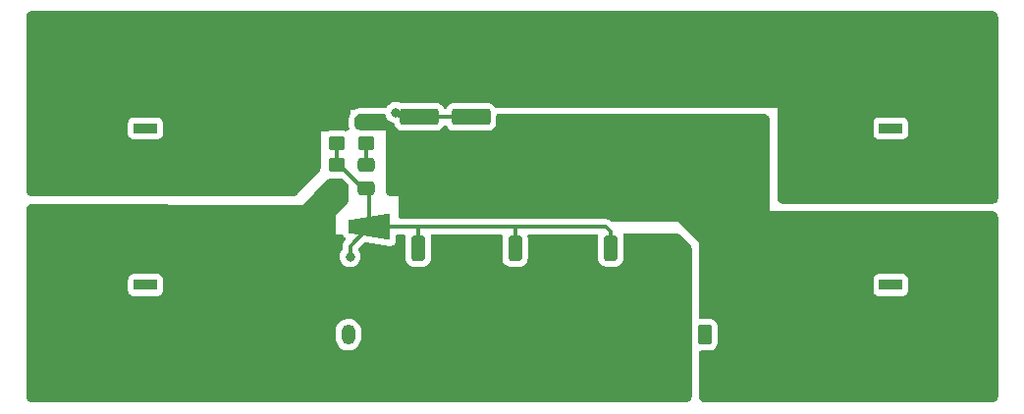
<source format=gbr>
%TF.GenerationSoftware,KiCad,Pcbnew,7.0.2*%
%TF.CreationDate,2023-07-12T23:47:59-04:00*%
%TF.ProjectId,Anti-Spark Switch,416e7469-2d53-4706-9172-6b2053776974,rev?*%
%TF.SameCoordinates,Original*%
%TF.FileFunction,Copper,L1,Top*%
%TF.FilePolarity,Positive*%
%FSLAX46Y46*%
G04 Gerber Fmt 4.6, Leading zero omitted, Abs format (unit mm)*
G04 Created by KiCad (PCBNEW 7.0.2) date 2023-07-12 23:47:59*
%MOMM*%
%LPD*%
G01*
G04 APERTURE LIST*
G04 Aperture macros list*
%AMRoundRect*
0 Rectangle with rounded corners*
0 $1 Rounding radius*
0 $2 $3 $4 $5 $6 $7 $8 $9 X,Y pos of 4 corners*
0 Add a 4 corners polygon primitive as box body*
4,1,4,$2,$3,$4,$5,$6,$7,$8,$9,$2,$3,0*
0 Add four circle primitives for the rounded corners*
1,1,$1+$1,$2,$3*
1,1,$1+$1,$4,$5*
1,1,$1+$1,$6,$7*
1,1,$1+$1,$8,$9*
0 Add four rect primitives between the rounded corners*
20,1,$1+$1,$2,$3,$4,$5,0*
20,1,$1+$1,$4,$5,$6,$7,0*
20,1,$1+$1,$6,$7,$8,$9,0*
20,1,$1+$1,$8,$9,$2,$3,0*%
%AMOutline4P*
0 Free polygon, 4 corners , with rotation*
0 The origin of the aperture is its center*
0 number of corners: always 4*
0 $1 to $8 corner X, Y*
0 $9 Rotation angle, in degrees counterclockwise*
0 create outline with 4 corners*
4,1,4,$1,$2,$3,$4,$5,$6,$7,$8,$1,$2,$9*%
G04 Aperture macros list end*
%TA.AperFunction,SMDPad,CuDef*%
%ADD10RoundRect,0.250000X1.125000X-1.275000X1.125000X1.275000X-1.125000X1.275000X-1.125000X-1.275000X0*%
%TD*%
%TA.AperFunction,SMDPad,CuDef*%
%ADD11RoundRect,0.249997X2.650003X-2.950003X2.650003X2.950003X-2.650003X2.950003X-2.650003X-2.950003X0*%
%TD*%
%TA.AperFunction,SMDPad,CuDef*%
%ADD12RoundRect,0.250000X0.350000X-0.850000X0.350000X0.850000X-0.350000X0.850000X-0.350000X-0.850000X0*%
%TD*%
%TA.AperFunction,ComponentPad*%
%ADD13R,2.000000X0.900000*%
%TD*%
%TA.AperFunction,ComponentPad*%
%ADD14RoundRect,1.025000X1.025000X-1.025000X1.025000X1.025000X-1.025000X1.025000X-1.025000X-1.025000X0*%
%TD*%
%TA.AperFunction,ComponentPad*%
%ADD15C,4.100000*%
%TD*%
%TA.AperFunction,ComponentPad*%
%ADD16RoundRect,1.025000X-1.025000X1.025000X-1.025000X-1.025000X1.025000X-1.025000X1.025000X1.025000X0*%
%TD*%
%TA.AperFunction,SMDPad,CuDef*%
%ADD17R,12.000000X7.000000*%
%TD*%
%TA.AperFunction,SMDPad,CuDef*%
%ADD18RoundRect,0.249999X-1.425001X0.450001X-1.425001X-0.450001X1.425001X-0.450001X1.425001X0.450001X0*%
%TD*%
%TA.AperFunction,SMDPad,CuDef*%
%ADD19Outline4P,-1.800000X-1.150000X1.800000X-0.550000X1.800000X0.550000X-1.800000X1.150000X0.000000*%
%TD*%
%TA.AperFunction,SMDPad,CuDef*%
%ADD20Outline4P,-1.800000X-1.150000X1.800000X-0.550000X1.800000X0.550000X-1.800000X1.150000X180.000000*%
%TD*%
%TA.AperFunction,SMDPad,CuDef*%
%ADD21RoundRect,0.250000X0.450000X-0.350000X0.450000X0.350000X-0.450000X0.350000X-0.450000X-0.350000X0*%
%TD*%
%TA.AperFunction,ComponentPad*%
%ADD22RoundRect,0.250000X-0.350000X-0.625000X0.350000X-0.625000X0.350000X0.625000X-0.350000X0.625000X0*%
%TD*%
%TA.AperFunction,ComponentPad*%
%ADD23O,1.200000X1.750000*%
%TD*%
%TA.AperFunction,SMDPad,CuDef*%
%ADD24RoundRect,0.250000X-0.475000X0.337500X-0.475000X-0.337500X0.475000X-0.337500X0.475000X0.337500X0*%
%TD*%
%TA.AperFunction,SMDPad,CuDef*%
%ADD25RoundRect,0.250000X-0.450000X0.350000X-0.450000X-0.350000X0.450000X-0.350000X0.450000X0.350000X0*%
%TD*%
%TA.AperFunction,ViaPad*%
%ADD26C,0.800000*%
%TD*%
%TA.AperFunction,Conductor*%
%ADD27C,0.300000*%
%TD*%
G04 APERTURE END LIST*
D10*
%TO.P,Q3,2,D*%
%TO.N,Net-(J1-Pin_1)*%
X163190000Y-103715000D03*
X160140000Y-100365000D03*
X160140000Y-103715000D03*
X163190000Y-100365000D03*
D11*
X161665000Y-102040000D03*
D12*
%TO.P,Q3,3,S*%
%TO.N,GND*%
X163945000Y-108340000D03*
%TO.P,Q3,1,G*%
%TO.N,Net-(D1-K)*%
X159385000Y-108340000D03*
%TD*%
D10*
%TO.P,Q2,2,D*%
%TO.N,Net-(J1-Pin_1)*%
X154935000Y-103715000D03*
X151885000Y-100365000D03*
X151885000Y-103715000D03*
X154935000Y-100365000D03*
D11*
X153410000Y-102040000D03*
D12*
%TO.P,Q2,3,S*%
%TO.N,GND*%
X155690000Y-108340000D03*
%TO.P,Q2,1,G*%
%TO.N,Net-(D1-K)*%
X151130000Y-108340000D03*
%TD*%
%TO.P,Q1,1,G*%
%TO.N,Net-(D1-K)*%
X142760000Y-108340000D03*
%TO.P,Q1,3,S*%
%TO.N,GND*%
X147320000Y-108340000D03*
D11*
%TO.P,Q1,2,D*%
%TO.N,Net-(J1-Pin_1)*%
X145040000Y-102040000D03*
D10*
X146565000Y-100365000D03*
X143515000Y-103715000D03*
X143515000Y-100365000D03*
X146565000Y-103715000D03*
%TD*%
D13*
%TO.P,J8,*%
%TO.N,*%
X119260000Y-111525000D03*
X119260000Y-98025000D03*
D14*
%TO.P,J8,1,1*%
%TO.N,GND*%
X125260000Y-108375000D03*
D15*
%TO.P,J8,2,2*%
%TO.N,VCC*%
X125260000Y-101175000D03*
%TD*%
D13*
%TO.P,J5,*%
%TO.N,*%
X183538000Y-98025000D03*
X183538000Y-111525000D03*
D16*
%TO.P,J5,1,1*%
%TO.N,Net-(J1-Pin_1)*%
X177538000Y-108375000D03*
D15*
%TO.P,J5,2,2*%
%TO.N,VCC*%
X177538000Y-101175000D03*
%TD*%
D17*
%TO.P,IN-,1,Pin_1*%
%TO.N,GND*%
X115570000Y-117475000D03*
%TD*%
%TO.P,OUT+,1,Pin_1*%
%TO.N,VCC*%
X186220000Y-92075000D03*
%TD*%
%TO.P,IN+,1,Pin_1*%
%TO.N,VCC*%
X115570000Y-92075000D03*
%TD*%
%TO.P,OUT-,1,Pin_1*%
%TO.N,Net-(J1-Pin_1)*%
X186220000Y-117475000D03*
%TD*%
D18*
%TO.P,R5,2*%
%TO.N,Net-(J7-Pin_1)*%
X142875000Y-97030000D03*
%TO.P,R5,1*%
%TO.N,VCC*%
X142875000Y-90930000D03*
%TD*%
%TO.P,R4,1*%
%TO.N,VCC*%
X147320000Y-90930000D03*
%TO.P,R4,2*%
%TO.N,Net-(J7-Pin_1)*%
X147320000Y-97030000D03*
%TD*%
D19*
%TO.P,D1,2,A*%
%TO.N,GND*%
X132774000Y-106509000D03*
D20*
%TO.P,D1,1,K*%
%TO.N,Net-(D1-K)*%
X138574000Y-106509000D03*
%TD*%
D21*
%TO.P,R3,2*%
%TO.N,Net-(J1-Pin_1)*%
X138303000Y-97330000D03*
%TO.P,R3,1*%
%TO.N,Net-(C1-Pad1)*%
X138303000Y-99330000D03*
%TD*%
D22*
%TO.P,J3,1,Pin_1*%
%TO.N,GND*%
X134747000Y-115824000D03*
D23*
%TO.P,J3,2,Pin_2*%
%TO.N,Net-(D1-K)*%
X136747000Y-115824000D03*
%TD*%
D24*
%TO.P,C1,2*%
%TO.N,Net-(D1-K)*%
X138303000Y-103199000D03*
%TO.P,C1,1*%
%TO.N,Net-(C1-Pad1)*%
X138303000Y-101124000D03*
%TD*%
D25*
%TO.P,R2,2*%
%TO.N,Net-(D1-K)*%
X135763000Y-99314000D03*
%TO.P,R2,1*%
%TO.N,VCC*%
X135763000Y-97314000D03*
%TD*%
%TO.P,R1,1*%
%TO.N,Net-(D1-K)*%
X135763000Y-101124000D03*
%TO.P,R1,2*%
%TO.N,GND*%
X135763000Y-103124000D03*
%TD*%
D22*
%TO.P,J7,1,Pin_1*%
%TO.N,Net-(J7-Pin_1)*%
X167513000Y-115824000D03*
D23*
%TO.P,J7,2,Pin_2*%
%TO.N,Net-(J1-Pin_1)*%
X169513000Y-115824000D03*
%TD*%
D26*
%TO.N,Net-(J7-Pin_1)*%
X140843000Y-96647000D03*
%TO.N,GND*%
X158115000Y-110490000D03*
X149860000Y-110490000D03*
%TO.N,Net-(D1-K)*%
X136906000Y-109093000D03*
%TO.N,GND*%
X161290000Y-110490000D03*
X161290000Y-109220000D03*
X161290000Y-107950000D03*
X153035000Y-110490000D03*
X153035000Y-109220000D03*
X153035000Y-107950000D03*
X144780000Y-110490000D03*
X144780000Y-109220000D03*
X144780000Y-107950000D03*
X161290000Y-111633000D03*
X161290000Y-114173000D03*
X161290000Y-112903000D03*
X161290000Y-115443000D03*
X161290000Y-116713000D03*
X162560000Y-116713000D03*
X165100000Y-111633000D03*
X162560000Y-112903000D03*
X165100000Y-114173000D03*
X163830000Y-112903000D03*
X162560000Y-115443000D03*
X163830000Y-115443000D03*
X165100000Y-112903000D03*
X162560000Y-111633000D03*
X165100000Y-115443000D03*
X163830000Y-116713000D03*
X163830000Y-111633000D03*
X165100000Y-116713000D03*
X163830000Y-114173000D03*
X162560000Y-114173000D03*
X155575000Y-114300000D03*
X154305000Y-114300000D03*
X153035000Y-114300000D03*
X156845000Y-114300000D03*
X158115000Y-114300000D03*
X153035000Y-113030000D03*
X154305000Y-111760000D03*
X153035000Y-111760000D03*
X154305000Y-113030000D03*
X155575000Y-113030000D03*
X158115000Y-115570000D03*
X156845000Y-111760000D03*
X153035000Y-115570000D03*
X158115000Y-116840000D03*
X156845000Y-115570000D03*
X154305000Y-116840000D03*
X156845000Y-116840000D03*
X154305000Y-115570000D03*
X155575000Y-111760000D03*
X158115000Y-113030000D03*
X153035000Y-116840000D03*
X158115000Y-111760000D03*
X156845000Y-113030000D03*
X155575000Y-115570000D03*
X155575000Y-116840000D03*
X147320000Y-114300000D03*
X146050000Y-114300000D03*
X144780000Y-114300000D03*
X148590000Y-114300000D03*
X149860000Y-114300000D03*
X144780000Y-113030000D03*
X146050000Y-111760000D03*
X144780000Y-111760000D03*
X146050000Y-113030000D03*
X147320000Y-113030000D03*
X149860000Y-115570000D03*
X148590000Y-111760000D03*
X144780000Y-115570000D03*
X149860000Y-116840000D03*
X148590000Y-115570000D03*
X146050000Y-116840000D03*
X148590000Y-116840000D03*
X146050000Y-115570000D03*
X147320000Y-111760000D03*
X149860000Y-113030000D03*
X144780000Y-116840000D03*
X149860000Y-111760000D03*
X148590000Y-113030000D03*
X147320000Y-115570000D03*
X147320000Y-116840000D03*
X162560000Y-109220000D03*
X162560000Y-110490000D03*
X165100000Y-110490000D03*
X165100000Y-109220000D03*
X162560000Y-107950000D03*
X163830000Y-110490000D03*
X154305000Y-109220000D03*
X156845000Y-107950000D03*
X154305000Y-110490000D03*
X156845000Y-110490000D03*
X156845000Y-109220000D03*
X154305000Y-107950000D03*
X155575000Y-110490000D03*
X148590000Y-107950000D03*
X148590000Y-109220000D03*
X148590000Y-110490000D03*
X147320000Y-110490000D03*
X146050000Y-110490000D03*
X146050000Y-109220000D03*
X146050000Y-107950000D03*
%TO.N,Net-(J1-Pin_1)*%
X165100000Y-104140000D03*
X165100000Y-100330000D03*
X165100000Y-102870000D03*
X165100000Y-101600000D03*
X160020000Y-101600000D03*
X158750000Y-101600000D03*
X157480000Y-101600000D03*
X161290000Y-101600000D03*
X162560000Y-101600000D03*
X157480000Y-100330000D03*
X158750000Y-99060000D03*
X157480000Y-99060000D03*
X158750000Y-100330000D03*
X160020000Y-100330000D03*
X162560000Y-102870000D03*
X161290000Y-99060000D03*
X163830000Y-104140000D03*
X163830000Y-102870000D03*
X163830000Y-101600000D03*
X157480000Y-102870000D03*
X163830000Y-99060000D03*
X162560000Y-104140000D03*
X161290000Y-102870000D03*
X158750000Y-104140000D03*
X161290000Y-104140000D03*
X158750000Y-102870000D03*
X160020000Y-99060000D03*
X162560000Y-100330000D03*
X163830000Y-100330000D03*
X157480000Y-104140000D03*
X162560000Y-99060000D03*
X161290000Y-100330000D03*
X160020000Y-102870000D03*
X160020000Y-104140000D03*
X152400000Y-101600000D03*
X151130000Y-101600000D03*
X149860000Y-101600000D03*
X153670000Y-101600000D03*
X154940000Y-101600000D03*
X149860000Y-100330000D03*
X151130000Y-99060000D03*
X149860000Y-99060000D03*
X151130000Y-100330000D03*
X152400000Y-100330000D03*
X154940000Y-102870000D03*
X153670000Y-99060000D03*
X156210000Y-104140000D03*
X156210000Y-102870000D03*
X156210000Y-101600000D03*
X149860000Y-102870000D03*
X156210000Y-99060000D03*
X154940000Y-104140000D03*
X153670000Y-102870000D03*
X151130000Y-104140000D03*
X153670000Y-104140000D03*
X151130000Y-102870000D03*
X152400000Y-99060000D03*
X154940000Y-100330000D03*
X156210000Y-100330000D03*
X149860000Y-104140000D03*
X154940000Y-99060000D03*
X153670000Y-100330000D03*
X152400000Y-102870000D03*
X152400000Y-104140000D03*
X148590000Y-104140000D03*
X148590000Y-102870000D03*
X148590000Y-101600000D03*
X148590000Y-100330000D03*
X148590000Y-99060000D03*
X147320000Y-104140000D03*
X146050000Y-104140000D03*
X144780000Y-104140000D03*
X143510000Y-104140000D03*
X142240000Y-104140000D03*
X142240000Y-102870000D03*
X143510000Y-102870000D03*
X144780000Y-102870000D03*
X146050000Y-102870000D03*
X147320000Y-102870000D03*
X147320000Y-101600000D03*
X146050000Y-101600000D03*
X144780000Y-101600000D03*
X143510000Y-101600000D03*
X142240000Y-101600000D03*
X142240000Y-100330000D03*
X143510000Y-100330000D03*
X144780000Y-100330000D03*
X146050000Y-100330000D03*
X147320000Y-100330000D03*
X147320000Y-99060000D03*
X146050000Y-99060000D03*
X144780000Y-99060000D03*
X143510000Y-99060000D03*
X142240000Y-99060000D03*
X186690000Y-116840000D03*
X190500000Y-116840000D03*
X182880000Y-116840000D03*
X181610000Y-116840000D03*
X187960000Y-116840000D03*
X189230000Y-116840000D03*
X185420000Y-116840000D03*
X191770000Y-116840000D03*
X184150000Y-116840000D03*
X189230000Y-119380000D03*
X187960000Y-119380000D03*
X184150000Y-119380000D03*
X182880000Y-119380000D03*
X180340000Y-119380000D03*
X182880000Y-120650000D03*
X185420000Y-119380000D03*
X187960000Y-118110000D03*
X191770000Y-120650000D03*
X190500000Y-120650000D03*
X180340000Y-115570000D03*
X184150000Y-120650000D03*
X185420000Y-120650000D03*
X190500000Y-119380000D03*
X180340000Y-116840000D03*
X180340000Y-114300000D03*
X187960000Y-120650000D03*
X186690000Y-120650000D03*
X191770000Y-119380000D03*
X186690000Y-119380000D03*
X181610000Y-119380000D03*
X189230000Y-120650000D03*
X190500000Y-118110000D03*
X180340000Y-120650000D03*
X181610000Y-120650000D03*
X180340000Y-118110000D03*
X187960000Y-115570000D03*
X185420000Y-118110000D03*
X191770000Y-118110000D03*
X184150000Y-118110000D03*
X186690000Y-118110000D03*
X189230000Y-118110000D03*
X181610000Y-118110000D03*
X182880000Y-118110000D03*
X185420000Y-115570000D03*
X182880000Y-115570000D03*
X189230000Y-115570000D03*
X186690000Y-115570000D03*
X181610000Y-115570000D03*
X190500000Y-115570000D03*
X191770000Y-115570000D03*
X184150000Y-115570000D03*
X187960000Y-114300000D03*
X190500000Y-114300000D03*
X191770000Y-114300000D03*
X184150000Y-114300000D03*
X186690000Y-114300000D03*
X189230000Y-114300000D03*
X181610000Y-114300000D03*
X182880000Y-114300000D03*
X185420000Y-114300000D03*
%TO.N,GND*%
X116205000Y-116840000D03*
X120015000Y-116840000D03*
X112395000Y-116840000D03*
X111125000Y-116840000D03*
X117475000Y-116840000D03*
X118745000Y-116840000D03*
X114935000Y-116840000D03*
X121285000Y-116840000D03*
X113665000Y-116840000D03*
X118745000Y-119380000D03*
X117475000Y-119380000D03*
X113665000Y-119380000D03*
X112395000Y-119380000D03*
X109855000Y-119380000D03*
X112395000Y-120650000D03*
X114935000Y-119380000D03*
X117475000Y-118110000D03*
X121285000Y-120650000D03*
X120015000Y-120650000D03*
X109855000Y-115570000D03*
X113665000Y-120650000D03*
X114935000Y-120650000D03*
X120015000Y-119380000D03*
X109855000Y-116840000D03*
X109855000Y-114300000D03*
X117475000Y-120650000D03*
X116205000Y-120650000D03*
X121285000Y-119380000D03*
X116205000Y-119380000D03*
X111125000Y-119380000D03*
X118745000Y-120650000D03*
X120015000Y-118110000D03*
X109855000Y-120650000D03*
X111125000Y-120650000D03*
X109855000Y-118110000D03*
X117475000Y-115570000D03*
X114935000Y-118110000D03*
X121285000Y-118110000D03*
X113665000Y-118110000D03*
X116205000Y-118110000D03*
X118745000Y-118110000D03*
X111125000Y-118110000D03*
X112395000Y-118110000D03*
X114935000Y-115570000D03*
X112395000Y-115570000D03*
X118745000Y-115570000D03*
X116205000Y-115570000D03*
X111125000Y-115570000D03*
X120015000Y-115570000D03*
X121285000Y-115570000D03*
X113665000Y-115570000D03*
X117475000Y-114300000D03*
X120015000Y-114300000D03*
X121285000Y-114300000D03*
X113665000Y-114300000D03*
X116205000Y-114300000D03*
X118745000Y-114300000D03*
X111125000Y-114300000D03*
X112395000Y-114300000D03*
X114935000Y-114300000D03*
%TO.N,VCC*%
X116205000Y-91440000D03*
X120015000Y-91440000D03*
X112395000Y-91440000D03*
X111125000Y-91440000D03*
X117475000Y-91440000D03*
X118745000Y-91440000D03*
X114935000Y-91440000D03*
X121285000Y-91440000D03*
X113665000Y-91440000D03*
X118745000Y-93980000D03*
X117475000Y-93980000D03*
X113665000Y-93980000D03*
X112395000Y-93980000D03*
X109855000Y-93980000D03*
X112395000Y-95250000D03*
X114935000Y-93980000D03*
X117475000Y-92710000D03*
X121285000Y-95250000D03*
X120015000Y-95250000D03*
X109855000Y-90170000D03*
X113665000Y-95250000D03*
X114935000Y-95250000D03*
X120015000Y-93980000D03*
X109855000Y-91440000D03*
X109855000Y-88900000D03*
X117475000Y-95250000D03*
X116205000Y-95250000D03*
X121285000Y-93980000D03*
X116205000Y-93980000D03*
X111125000Y-93980000D03*
X118745000Y-95250000D03*
X120015000Y-92710000D03*
X109855000Y-95250000D03*
X111125000Y-95250000D03*
X109855000Y-92710000D03*
X117475000Y-90170000D03*
X114935000Y-92710000D03*
X121285000Y-92710000D03*
X113665000Y-92710000D03*
X116205000Y-92710000D03*
X118745000Y-92710000D03*
X111125000Y-92710000D03*
X112395000Y-92710000D03*
X114935000Y-90170000D03*
X112395000Y-90170000D03*
X118745000Y-90170000D03*
X116205000Y-90170000D03*
X111125000Y-90170000D03*
X120015000Y-90170000D03*
X121285000Y-90170000D03*
X113665000Y-90170000D03*
X117475000Y-88900000D03*
X120015000Y-88900000D03*
X121285000Y-88900000D03*
X113665000Y-88900000D03*
X116205000Y-88900000D03*
X118745000Y-88900000D03*
X111125000Y-88900000D03*
X112395000Y-88900000D03*
X114935000Y-88900000D03*
X180340000Y-91440000D03*
X180340000Y-93980000D03*
X180340000Y-95250000D03*
X180340000Y-92710000D03*
X180340000Y-90170000D03*
X180340000Y-88900000D03*
X187960000Y-95250000D03*
X190500000Y-95250000D03*
X191770000Y-95250000D03*
X184150000Y-95250000D03*
X186690000Y-95250000D03*
X189230000Y-95250000D03*
X181610000Y-95250000D03*
X182880000Y-95250000D03*
X185420000Y-95250000D03*
X187960000Y-93980000D03*
X190500000Y-93980000D03*
X191770000Y-93980000D03*
X184150000Y-93980000D03*
X186690000Y-93980000D03*
X189230000Y-93980000D03*
X181610000Y-93980000D03*
X182880000Y-93980000D03*
X185420000Y-93980000D03*
X187960000Y-92710000D03*
X190500000Y-92710000D03*
X191770000Y-92710000D03*
X184150000Y-92710000D03*
X186690000Y-92710000D03*
X189230000Y-92710000D03*
X181610000Y-92710000D03*
X182880000Y-92710000D03*
X185420000Y-92710000D03*
X187960000Y-91440000D03*
X190500000Y-91440000D03*
X191770000Y-91440000D03*
X184150000Y-91440000D03*
X186690000Y-91440000D03*
X189230000Y-91440000D03*
X181610000Y-91440000D03*
X182880000Y-91440000D03*
X185420000Y-91440000D03*
X187960000Y-90170000D03*
X190500000Y-90170000D03*
X191770000Y-90170000D03*
X184150000Y-90170000D03*
X186690000Y-90170000D03*
X189230000Y-90170000D03*
X181610000Y-90170000D03*
X182880000Y-90170000D03*
X185420000Y-90170000D03*
X181610000Y-88900000D03*
X182880000Y-88900000D03*
X184150000Y-88900000D03*
X185420000Y-88900000D03*
X186690000Y-88900000D03*
X187960000Y-88900000D03*
X189230000Y-88900000D03*
X190500000Y-88900000D03*
X191770000Y-88900000D03*
%TD*%
D27*
%TO.N,Net-(J7-Pin_1)*%
X141226000Y-97030000D02*
X142875000Y-97030000D01*
X140843000Y-96647000D02*
X141226000Y-97030000D01*
X147320000Y-97030000D02*
X142875000Y-97030000D01*
%TO.N,Net-(D1-K)*%
X138574000Y-106509000D02*
X142748000Y-106509000D01*
X136906000Y-109093000D02*
X136906000Y-108177000D01*
X136906000Y-108177000D02*
X138574000Y-106509000D01*
X138574000Y-103470000D02*
X138303000Y-103199000D01*
X138574000Y-106509000D02*
X138574000Y-103470000D01*
X159385000Y-106934000D02*
X159385000Y-108340000D01*
X158960000Y-106509000D02*
X159385000Y-106934000D01*
X151130000Y-106509000D02*
X158960000Y-106509000D01*
%TO.N,Net-(C1-Pad1)*%
X138303000Y-101124000D02*
X138303000Y-99330000D01*
%TO.N,Net-(D1-K)*%
X135763000Y-101124000D02*
X135763000Y-99314000D01*
X137997000Y-103199000D02*
X138303000Y-103199000D01*
X135922000Y-101124000D02*
X137997000Y-103199000D01*
X142760000Y-106521000D02*
X142748000Y-106509000D01*
X142760000Y-108340000D02*
X142760000Y-106521000D01*
X142748000Y-106509000D02*
X151130000Y-106509000D01*
X151130000Y-108340000D02*
X151130000Y-106509000D01*
%TD*%
%TA.AperFunction,Conductor*%
%TO.N,GND*%
G36*
X136255731Y-102381685D02*
G01*
X136276373Y-102398319D01*
X136742682Y-102864628D01*
X136776166Y-102925949D01*
X136779000Y-102952307D01*
X136779000Y-104178767D01*
X136777939Y-104194953D01*
X136764093Y-104300117D01*
X136755715Y-104331383D01*
X136718260Y-104421808D01*
X136702075Y-104449842D01*
X136637496Y-104534003D01*
X136626801Y-104546198D01*
X135785321Y-105387678D01*
X135785313Y-105387686D01*
X135636000Y-105537000D01*
X135636000Y-107188000D01*
X136138144Y-107185844D01*
X136138146Y-107185845D01*
X136201435Y-107185573D01*
X136268558Y-107204969D01*
X136314539Y-107257576D01*
X136315330Y-107259324D01*
X136345595Y-107327605D01*
X136438620Y-107437417D01*
X136483946Y-107467267D01*
X136529109Y-107520578D01*
X136538279Y-107589844D01*
X136508546Y-107653071D01*
X136494039Y-107665429D01*
X136440133Y-107722833D01*
X136437428Y-107725625D01*
X136417089Y-107745965D01*
X136414713Y-107749027D01*
X136414702Y-107749040D01*
X136414378Y-107749459D01*
X136406806Y-107758323D01*
X136375550Y-107791607D01*
X136365322Y-107810212D01*
X136354645Y-107826467D01*
X136341636Y-107843238D01*
X136323506Y-107885132D01*
X136318370Y-107895616D01*
X136296372Y-107935632D01*
X136291091Y-107956199D01*
X136284791Y-107974600D01*
X136276364Y-107994074D01*
X136269223Y-108039161D01*
X136266855Y-108050593D01*
X136257405Y-108087406D01*
X136255500Y-108094824D01*
X136255500Y-108116045D01*
X136253973Y-108135443D01*
X136250653Y-108156405D01*
X136254950Y-108201858D01*
X136255500Y-108213528D01*
X136255500Y-108422077D01*
X136235815Y-108489116D01*
X136223650Y-108505049D01*
X136173466Y-108560783D01*
X136078820Y-108724715D01*
X136020326Y-108904742D01*
X136000540Y-109093000D01*
X136020326Y-109281257D01*
X136078820Y-109461284D01*
X136173466Y-109625216D01*
X136300129Y-109765889D01*
X136453269Y-109877151D01*
X136626197Y-109954144D01*
X136811352Y-109993500D01*
X136811354Y-109993500D01*
X137000648Y-109993500D01*
X137124083Y-109967262D01*
X137185803Y-109954144D01*
X137358730Y-109877151D01*
X137511871Y-109765888D01*
X137638533Y-109625216D01*
X137733179Y-109461284D01*
X137791674Y-109281256D01*
X137811460Y-109093000D01*
X137791674Y-108904744D01*
X137733179Y-108724716D01*
X137733179Y-108724715D01*
X137638535Y-108560787D01*
X137638534Y-108560786D01*
X137638533Y-108560784D01*
X137624229Y-108544898D01*
X137594001Y-108481909D01*
X137602625Y-108412574D01*
X137628697Y-108374248D01*
X138153914Y-107849030D01*
X138215235Y-107815547D01*
X138261975Y-107814400D01*
X140357534Y-108163660D01*
X140368350Y-108164615D01*
X140368350Y-108164614D01*
X140368351Y-108164615D01*
X140439688Y-108155170D01*
X140511027Y-108145726D01*
X140642603Y-108087406D01*
X140752419Y-107994378D01*
X140831577Y-107874180D01*
X140873665Y-107736549D01*
X140874500Y-107725724D01*
X140874500Y-107288986D01*
X140894185Y-107221947D01*
X140946989Y-107176192D01*
X140997968Y-107164987D01*
X141106583Y-107164520D01*
X141555609Y-107162593D01*
X141622731Y-107181990D01*
X141668712Y-107234597D01*
X141678952Y-107303712D01*
X141673847Y-107325592D01*
X141670001Y-107337199D01*
X141659819Y-107436858D01*
X141659817Y-107436878D01*
X141659500Y-107439991D01*
X141659500Y-107443138D01*
X141659500Y-107443139D01*
X141659500Y-109236859D01*
X141659500Y-109236878D01*
X141659501Y-109240008D01*
X141659820Y-109243140D01*
X141659821Y-109243141D01*
X141670000Y-109342796D01*
X141725186Y-109509334D01*
X141817288Y-109658657D01*
X141941342Y-109782711D01*
X141941344Y-109782712D01*
X142090666Y-109874814D01*
X142202016Y-109911712D01*
X142257202Y-109929999D01*
X142356858Y-109940180D01*
X142356859Y-109940180D01*
X142359991Y-109940500D01*
X143160008Y-109940499D01*
X143262797Y-109929999D01*
X143429334Y-109874814D01*
X143578656Y-109782712D01*
X143702712Y-109658656D01*
X143794814Y-109509334D01*
X143849999Y-109342797D01*
X143860500Y-109240009D01*
X143860499Y-107439992D01*
X143849999Y-107337203D01*
X143845127Y-107322503D01*
X143842726Y-107252676D01*
X143878457Y-107192634D01*
X143940977Y-107161441D01*
X143962834Y-107159500D01*
X149927166Y-107159500D01*
X149994205Y-107179185D01*
X150039960Y-107231989D01*
X150049904Y-107301147D01*
X150044871Y-107322506D01*
X150040000Y-107337202D01*
X150029819Y-107436858D01*
X150029817Y-107436878D01*
X150029500Y-107439991D01*
X150029500Y-107443138D01*
X150029500Y-107443139D01*
X150029500Y-109236859D01*
X150029500Y-109236878D01*
X150029501Y-109240008D01*
X150029820Y-109243140D01*
X150029821Y-109243141D01*
X150040000Y-109342796D01*
X150095186Y-109509334D01*
X150187288Y-109658657D01*
X150311342Y-109782711D01*
X150311344Y-109782712D01*
X150460666Y-109874814D01*
X150572017Y-109911712D01*
X150627202Y-109929999D01*
X150726858Y-109940180D01*
X150726859Y-109940180D01*
X150729991Y-109940500D01*
X151530008Y-109940499D01*
X151632797Y-109929999D01*
X151799334Y-109874814D01*
X151948656Y-109782712D01*
X152072712Y-109658656D01*
X152164814Y-109509334D01*
X152219999Y-109342797D01*
X152230500Y-109240009D01*
X152230499Y-107439992D01*
X152219999Y-107337203D01*
X152215127Y-107322503D01*
X152212726Y-107252676D01*
X152248457Y-107192634D01*
X152310977Y-107161441D01*
X152332834Y-107159500D01*
X158182166Y-107159500D01*
X158249205Y-107179185D01*
X158294960Y-107231989D01*
X158304904Y-107301147D01*
X158299871Y-107322506D01*
X158295000Y-107337202D01*
X158284819Y-107436858D01*
X158284817Y-107436878D01*
X158284500Y-107439991D01*
X158284500Y-107443138D01*
X158284500Y-107443139D01*
X158284500Y-109236859D01*
X158284500Y-109236878D01*
X158284501Y-109240008D01*
X158284820Y-109243140D01*
X158284821Y-109243141D01*
X158295000Y-109342796D01*
X158350186Y-109509334D01*
X158442288Y-109658657D01*
X158566342Y-109782711D01*
X158566344Y-109782712D01*
X158715666Y-109874814D01*
X158827017Y-109911712D01*
X158882202Y-109929999D01*
X158981858Y-109940180D01*
X158981859Y-109940180D01*
X158984991Y-109940500D01*
X159785008Y-109940499D01*
X159887797Y-109929999D01*
X160054334Y-109874814D01*
X160203656Y-109782712D01*
X160327712Y-109658656D01*
X160419814Y-109509334D01*
X160474999Y-109342797D01*
X160485500Y-109240009D01*
X160485499Y-107439992D01*
X160474999Y-107337203D01*
X160444122Y-107244025D01*
X160441721Y-107174198D01*
X160477453Y-107114156D01*
X160539973Y-107082963D01*
X160561284Y-107081024D01*
X165010468Y-107061929D01*
X165026745Y-107062932D01*
X165053694Y-107066381D01*
X165132530Y-107076474D01*
X165163986Y-107084806D01*
X165254983Y-107122270D01*
X165283189Y-107138500D01*
X165323350Y-107169271D01*
X165367852Y-107203368D01*
X165380117Y-107214117D01*
X166217801Y-108051801D01*
X166228496Y-108063996D01*
X166293075Y-108148157D01*
X166309260Y-108176191D01*
X166346715Y-108266616D01*
X166355093Y-108297882D01*
X166368939Y-108403046D01*
X166370000Y-108419232D01*
X166370000Y-121157874D01*
X166368939Y-121174060D01*
X166355093Y-121279224D01*
X166346715Y-121310491D01*
X166309259Y-121400918D01*
X166293074Y-121428951D01*
X166233491Y-121506601D01*
X166210601Y-121529491D01*
X166132951Y-121589074D01*
X166104918Y-121605259D01*
X166014491Y-121642715D01*
X165983224Y-121651093D01*
X165889398Y-121663446D01*
X165878058Y-121664939D01*
X165861874Y-121666000D01*
X109474126Y-121666000D01*
X109457941Y-121664939D01*
X109444917Y-121663224D01*
X109352775Y-121651093D01*
X109321508Y-121642715D01*
X109231081Y-121605259D01*
X109203048Y-121589074D01*
X109125398Y-121529491D01*
X109102508Y-121506601D01*
X109042925Y-121428951D01*
X109026740Y-121400918D01*
X108989284Y-121310491D01*
X108980906Y-121279223D01*
X108967061Y-121174059D01*
X108966000Y-121157874D01*
X108966000Y-116151425D01*
X135646500Y-116151425D01*
X135646779Y-116154355D01*
X135646781Y-116154380D01*
X135661471Y-116308215D01*
X135720683Y-116509873D01*
X135816990Y-116696684D01*
X135946906Y-116861884D01*
X136105745Y-116999520D01*
X136204259Y-117056397D01*
X136287756Y-117104604D01*
X136381241Y-117136959D01*
X136486366Y-117173344D01*
X136521298Y-117178366D01*
X136694398Y-117203254D01*
X136904330Y-117193254D01*
X137108576Y-117143704D01*
X137194195Y-117104603D01*
X137299752Y-117056397D01*
X137379624Y-116999520D01*
X137470952Y-116934486D01*
X137615986Y-116782378D01*
X137729613Y-116605572D01*
X137807725Y-116410457D01*
X137847500Y-116204085D01*
X137847500Y-115496575D01*
X137832528Y-115339782D01*
X137773316Y-115138125D01*
X137677011Y-114951318D01*
X137609618Y-114865622D01*
X137547093Y-114786115D01*
X137388254Y-114648479D01*
X137206245Y-114543396D01*
X137007633Y-114474655D01*
X136799603Y-114444746D01*
X136799602Y-114444746D01*
X136694635Y-114449746D01*
X136589669Y-114454746D01*
X136385419Y-114504297D01*
X136194247Y-114591602D01*
X136023050Y-114713512D01*
X135878013Y-114865623D01*
X135764387Y-115042425D01*
X135686274Y-115237545D01*
X135646500Y-115443913D01*
X135646500Y-115443915D01*
X135646500Y-116151425D01*
X108966000Y-116151425D01*
X108966000Y-112019578D01*
X117759500Y-112019578D01*
X117759501Y-112022872D01*
X117765909Y-112082483D01*
X117816204Y-112217331D01*
X117902454Y-112332546D01*
X118017669Y-112418796D01*
X118152517Y-112469091D01*
X118212127Y-112475500D01*
X120307872Y-112475499D01*
X120367483Y-112469091D01*
X120502331Y-112418796D01*
X120617546Y-112332546D01*
X120703796Y-112217331D01*
X120754091Y-112082483D01*
X120760500Y-112022873D01*
X120760499Y-111027128D01*
X120754091Y-110967517D01*
X120703796Y-110832669D01*
X120617546Y-110717454D01*
X120502331Y-110631204D01*
X120367483Y-110580909D01*
X120307873Y-110574500D01*
X120304550Y-110574500D01*
X118215439Y-110574500D01*
X118215420Y-110574500D01*
X118212128Y-110574501D01*
X118208848Y-110574853D01*
X118208840Y-110574854D01*
X118152515Y-110580909D01*
X118017669Y-110631204D01*
X117902454Y-110717454D01*
X117816204Y-110832668D01*
X117765910Y-110967515D01*
X117765909Y-110967517D01*
X117759500Y-111027127D01*
X117759500Y-111030448D01*
X117759500Y-111030449D01*
X117759500Y-112019560D01*
X117759500Y-112019578D01*
X108966000Y-112019578D01*
X108966000Y-105031822D01*
X108967068Y-105015583D01*
X108968581Y-105004125D01*
X108981007Y-104910064D01*
X108989439Y-104878707D01*
X109027145Y-104788017D01*
X109043428Y-104759929D01*
X109103386Y-104682148D01*
X109126412Y-104659245D01*
X109204510Y-104599702D01*
X109232695Y-104583562D01*
X109323574Y-104546343D01*
X109354981Y-104538076D01*
X109460581Y-104524697D01*
X109476812Y-104523717D01*
X116019165Y-104558516D01*
X126327470Y-104613347D01*
X132842000Y-104648000D01*
X134847233Y-102524810D01*
X134859571Y-102513405D01*
X134945146Y-102444444D01*
X134973860Y-102427128D01*
X135066984Y-102386987D01*
X135099286Y-102378002D01*
X135186461Y-102366103D01*
X135208180Y-102363139D01*
X135224949Y-102362000D01*
X136188692Y-102362000D01*
X136255731Y-102381685D01*
G37*
%TD.AperFunction*%
%TD*%
%TA.AperFunction,Conductor*%
%TO.N,VCC*%
G36*
X192294059Y-87885061D02*
G01*
X192399223Y-87898906D01*
X192430491Y-87907284D01*
X192520918Y-87944740D01*
X192548952Y-87960925D01*
X192626602Y-88020509D01*
X192649491Y-88043398D01*
X192709074Y-88121048D01*
X192725259Y-88149081D01*
X192762715Y-88239508D01*
X192771093Y-88270775D01*
X192784939Y-88375939D01*
X192786000Y-88392125D01*
X192786000Y-104012874D01*
X192784939Y-104029060D01*
X192771093Y-104134224D01*
X192762715Y-104165491D01*
X192725259Y-104255918D01*
X192709074Y-104283951D01*
X192649491Y-104361601D01*
X192626601Y-104384491D01*
X192548951Y-104444074D01*
X192520918Y-104460259D01*
X192430491Y-104497715D01*
X192399224Y-104506093D01*
X192305398Y-104518446D01*
X192294058Y-104519939D01*
X192277874Y-104521000D01*
X174244126Y-104521000D01*
X174227941Y-104519939D01*
X174214917Y-104518224D01*
X174122775Y-104506093D01*
X174091508Y-104497715D01*
X174001081Y-104460259D01*
X173973048Y-104444074D01*
X173895398Y-104384491D01*
X173872508Y-104361601D01*
X173812925Y-104283951D01*
X173796740Y-104255918D01*
X173759284Y-104165491D01*
X173750906Y-104134223D01*
X173737061Y-104029059D01*
X173736000Y-104012874D01*
X173736000Y-98519578D01*
X182037500Y-98519578D01*
X182037501Y-98522872D01*
X182043909Y-98582483D01*
X182094204Y-98717331D01*
X182180454Y-98832546D01*
X182295669Y-98918796D01*
X182430517Y-98969091D01*
X182490127Y-98975500D01*
X184585872Y-98975499D01*
X184645483Y-98969091D01*
X184780331Y-98918796D01*
X184895546Y-98832546D01*
X184981796Y-98717331D01*
X185032091Y-98582483D01*
X185038500Y-98522873D01*
X185038499Y-97527128D01*
X185032091Y-97467517D01*
X184981796Y-97332669D01*
X184895546Y-97217454D01*
X184780331Y-97131204D01*
X184645483Y-97080909D01*
X184585873Y-97074500D01*
X184582550Y-97074500D01*
X182493439Y-97074500D01*
X182493420Y-97074500D01*
X182490128Y-97074501D01*
X182486848Y-97074853D01*
X182486840Y-97074854D01*
X182430515Y-97080909D01*
X182295669Y-97131204D01*
X182180454Y-97217454D01*
X182094204Y-97332668D01*
X182043910Y-97467515D01*
X182043909Y-97467517D01*
X182037500Y-97527127D01*
X182037500Y-97530448D01*
X182037500Y-97530449D01*
X182037500Y-98519560D01*
X182037500Y-98519578D01*
X173736000Y-98519578D01*
X173736000Y-96771795D01*
X173735999Y-96771795D01*
X173736000Y-96767727D01*
X173736000Y-96767726D01*
X173736000Y-96266000D01*
X173234276Y-96267730D01*
X173230204Y-96267744D01*
X172633531Y-96269801D01*
X172626999Y-96269652D01*
X172626977Y-96269650D01*
X172625941Y-96269583D01*
X172624922Y-96269549D01*
X172623895Y-96269499D01*
X172592874Y-96268500D01*
X172590858Y-96268484D01*
X149622823Y-96268499D01*
X149622804Y-96268500D01*
X149619500Y-96268500D01*
X149616208Y-96268853D01*
X149616206Y-96268854D01*
X149573943Y-96273397D01*
X149523885Y-96278779D01*
X149455127Y-96266374D01*
X149405093Y-96220586D01*
X149337711Y-96111342D01*
X149213657Y-95987288D01*
X149064335Y-95895186D01*
X148897798Y-95840000D01*
X148798142Y-95829819D01*
X148798123Y-95829818D01*
X148795010Y-95829500D01*
X145844990Y-95829500D01*
X145841877Y-95829817D01*
X145841857Y-95829819D01*
X145742201Y-95840000D01*
X145575664Y-95895186D01*
X145426342Y-95987288D01*
X145302287Y-96111343D01*
X145203037Y-96272253D01*
X145151090Y-96318978D01*
X145082127Y-96330199D01*
X145018045Y-96302356D01*
X144991960Y-96272252D01*
X144984814Y-96260667D01*
X144984814Y-96260665D01*
X144892712Y-96111344D01*
X144892711Y-96111342D01*
X144768657Y-95987288D01*
X144619335Y-95895186D01*
X144452798Y-95840000D01*
X144353142Y-95829819D01*
X144353123Y-95829818D01*
X144350010Y-95829500D01*
X141399990Y-95829500D01*
X141396877Y-95829817D01*
X141396857Y-95829819D01*
X141287127Y-95841030D01*
X141224089Y-95830952D01*
X141122803Y-95785856D01*
X141122802Y-95785855D01*
X141122798Y-95785854D01*
X140937648Y-95746500D01*
X140937646Y-95746500D01*
X140748354Y-95746500D01*
X140748352Y-95746500D01*
X140563197Y-95785855D01*
X140390269Y-95862848D01*
X140237129Y-95974110D01*
X140110466Y-96114784D01*
X140050315Y-96218969D01*
X139999748Y-96267185D01*
X139931141Y-96280408D01*
X139925282Y-96279707D01*
X139847333Y-96268500D01*
X139847332Y-96268500D01*
X139011811Y-96268500D01*
X138972807Y-96262206D01*
X138905797Y-96240000D01*
X138806141Y-96229819D01*
X138806122Y-96229818D01*
X138803009Y-96229500D01*
X138799860Y-96229500D01*
X137806140Y-96229500D01*
X137806120Y-96229500D01*
X137802992Y-96229501D01*
X137799860Y-96229820D01*
X137799858Y-96229821D01*
X137700203Y-96240000D01*
X137533665Y-96295185D01*
X137522685Y-96301958D01*
X137497452Y-96313835D01*
X137450992Y-96329606D01*
X137450976Y-96329611D01*
X137449064Y-96330261D01*
X137447192Y-96331036D01*
X137447185Y-96331039D01*
X137360501Y-96366944D01*
X137360483Y-96366951D01*
X137358634Y-96367718D01*
X137356846Y-96368599D01*
X137356830Y-96368607D01*
X137310192Y-96391606D01*
X136906000Y-96393000D01*
X136906000Y-96794366D01*
X136881623Y-96843799D01*
X136881607Y-96843833D01*
X136880719Y-96845635D01*
X136879944Y-96847505D01*
X136879939Y-96847517D01*
X136844040Y-96934183D01*
X136844027Y-96934217D01*
X136843263Y-96936062D01*
X136822008Y-96998678D01*
X136821491Y-97000607D01*
X136821486Y-97000624D01*
X136814151Y-97027997D01*
X136814142Y-97028031D01*
X136813630Y-97029946D01*
X136813237Y-97031919D01*
X136813235Y-97031930D01*
X136804768Y-97074501D01*
X136800731Y-97094795D01*
X136800467Y-97096793D01*
X136800466Y-97096805D01*
X136786886Y-97199959D01*
X136786669Y-97201987D01*
X136783644Y-97232873D01*
X136783497Y-97234878D01*
X136782583Y-97249058D01*
X136782498Y-97251112D01*
X136781500Y-97282125D01*
X136781484Y-97284141D01*
X136781500Y-97662874D01*
X136781550Y-97664917D01*
X136782583Y-97695941D01*
X136782698Y-97697939D01*
X136783644Y-97712126D01*
X136783828Y-97714165D01*
X136786886Y-97745040D01*
X136787133Y-97747042D01*
X136800464Y-97848183D01*
X136800468Y-97848210D01*
X136800731Y-97850204D01*
X136813630Y-97915053D01*
X136814144Y-97916973D01*
X136814151Y-97917001D01*
X136821486Y-97944374D01*
X136822008Y-97946321D01*
X136822657Y-97948234D01*
X136822658Y-97948236D01*
X136829848Y-97969417D01*
X136832758Y-98039226D01*
X136810805Y-98084760D01*
X136770046Y-98137877D01*
X136769490Y-98138603D01*
X136746601Y-98161491D01*
X136668951Y-98221074D01*
X136640918Y-98237259D01*
X136579069Y-98262878D01*
X136509600Y-98270347D01*
X136492612Y-98266023D01*
X136365797Y-98224000D01*
X136266141Y-98213819D01*
X136266122Y-98213818D01*
X136263009Y-98213500D01*
X136259860Y-98213500D01*
X135266140Y-98213500D01*
X135266120Y-98213500D01*
X135262992Y-98213501D01*
X135259860Y-98213820D01*
X135259858Y-98213821D01*
X135160203Y-98224000D01*
X134993665Y-98279186D01*
X134993094Y-98279539D01*
X134989679Y-98280507D01*
X134979909Y-98283745D01*
X134979767Y-98283318D01*
X134927998Y-98298000D01*
X134366000Y-98298000D01*
X134366000Y-98798000D01*
X134366000Y-98802053D01*
X134366000Y-101393378D01*
X134365015Y-101408979D01*
X134352150Y-101510419D01*
X134344362Y-101540629D01*
X134309504Y-101628306D01*
X134294422Y-101655618D01*
X134234127Y-101738195D01*
X134224132Y-101750213D01*
X132360767Y-103723187D01*
X132348424Y-103734597D01*
X132262857Y-103803552D01*
X132234134Y-103820873D01*
X132141022Y-103861009D01*
X132108708Y-103869998D01*
X131999821Y-103884861D01*
X131983051Y-103886000D01*
X109474126Y-103886000D01*
X109457941Y-103884939D01*
X109444917Y-103883224D01*
X109352775Y-103871093D01*
X109321508Y-103862715D01*
X109231081Y-103825259D01*
X109203048Y-103809074D01*
X109125398Y-103749491D01*
X109102508Y-103726601D01*
X109099888Y-103723187D01*
X109042925Y-103648951D01*
X109026740Y-103620918D01*
X108989284Y-103530491D01*
X108980906Y-103499223D01*
X108967061Y-103394059D01*
X108966000Y-103377874D01*
X108966000Y-98519578D01*
X117759500Y-98519578D01*
X117759501Y-98522872D01*
X117765909Y-98582483D01*
X117816204Y-98717331D01*
X117902454Y-98832546D01*
X118017669Y-98918796D01*
X118152517Y-98969091D01*
X118212127Y-98975500D01*
X120307872Y-98975499D01*
X120367483Y-98969091D01*
X120502331Y-98918796D01*
X120617546Y-98832546D01*
X120703796Y-98717331D01*
X120754091Y-98582483D01*
X120760500Y-98522873D01*
X120760499Y-97527128D01*
X120754091Y-97467517D01*
X120703796Y-97332669D01*
X120617546Y-97217454D01*
X120502331Y-97131204D01*
X120367483Y-97080909D01*
X120307873Y-97074500D01*
X120304550Y-97074500D01*
X118215439Y-97074500D01*
X118215420Y-97074500D01*
X118212128Y-97074501D01*
X118208848Y-97074853D01*
X118208840Y-97074854D01*
X118152515Y-97080909D01*
X118017669Y-97131204D01*
X117902454Y-97217454D01*
X117816204Y-97332668D01*
X117765910Y-97467515D01*
X117765909Y-97467517D01*
X117759500Y-97527127D01*
X117759500Y-97530448D01*
X117759500Y-97530449D01*
X117759500Y-98519560D01*
X117759500Y-98519578D01*
X108966000Y-98519578D01*
X108966000Y-88392125D01*
X108967061Y-88375940D01*
X108980906Y-88270776D01*
X108989284Y-88239508D01*
X109026740Y-88149081D01*
X109042923Y-88121050D01*
X109102513Y-88043392D01*
X109125392Y-88020513D01*
X109203050Y-87960923D01*
X109231079Y-87944740D01*
X109321509Y-87907283D01*
X109352775Y-87898906D01*
X109457940Y-87885061D01*
X109474126Y-87884000D01*
X192277874Y-87884000D01*
X192294059Y-87885061D01*
G37*
%TD.AperFunction*%
%TD*%
%TA.AperFunction,Conductor*%
%TO.N,Net-(J1-Pin_1)*%
G36*
X139914371Y-96793685D02*
G01*
X139960126Y-96846489D01*
X139965263Y-96859682D01*
X140015820Y-97015284D01*
X140110466Y-97179216D01*
X140237129Y-97319889D01*
X140390269Y-97431151D01*
X140563193Y-97508143D01*
X140563196Y-97508143D01*
X140563197Y-97508144D01*
X140611848Y-97518484D01*
X140673330Y-97551676D01*
X140707107Y-97612839D01*
X140709426Y-97627172D01*
X140710000Y-97632798D01*
X140765186Y-97799335D01*
X140857288Y-97948657D01*
X140981342Y-98072711D01*
X140981344Y-98072712D01*
X141130665Y-98164814D01*
X141242016Y-98201712D01*
X141297201Y-98219999D01*
X141396857Y-98230180D01*
X141396858Y-98230180D01*
X141399990Y-98230500D01*
X141403139Y-98230500D01*
X144346861Y-98230500D01*
X144350010Y-98230500D01*
X144452798Y-98219999D01*
X144619335Y-98164814D01*
X144768656Y-98072712D01*
X144892712Y-97948656D01*
X144984814Y-97799335D01*
X144984814Y-97799333D01*
X144991961Y-97787747D01*
X145043909Y-97741022D01*
X145112871Y-97729799D01*
X145176954Y-97757642D01*
X145203039Y-97787747D01*
X145302288Y-97948657D01*
X145426342Y-98072711D01*
X145426344Y-98072712D01*
X145575665Y-98164814D01*
X145687016Y-98201712D01*
X145742201Y-98219999D01*
X145841857Y-98230180D01*
X145841858Y-98230180D01*
X145844990Y-98230500D01*
X145848139Y-98230500D01*
X148791861Y-98230500D01*
X148795010Y-98230500D01*
X148897798Y-98219999D01*
X149064335Y-98164814D01*
X149213656Y-98072712D01*
X149337712Y-97948656D01*
X149429814Y-97799335D01*
X149484999Y-97632798D01*
X149495500Y-97530010D01*
X149495500Y-96897999D01*
X149515185Y-96830961D01*
X149567989Y-96785206D01*
X149619500Y-96774000D01*
X172592874Y-96774000D01*
X172609059Y-96775061D01*
X172714223Y-96788906D01*
X172745491Y-96797284D01*
X172835918Y-96834740D01*
X172863952Y-96850925D01*
X172941602Y-96910509D01*
X172964491Y-96933398D01*
X173024074Y-97011048D01*
X173040259Y-97039081D01*
X173077715Y-97129508D01*
X173086093Y-97160775D01*
X173099939Y-97265939D01*
X173101000Y-97282125D01*
X173101000Y-105156000D01*
X192277874Y-105156000D01*
X192294059Y-105157061D01*
X192399223Y-105170906D01*
X192430491Y-105179284D01*
X192520918Y-105216740D01*
X192548952Y-105232925D01*
X192626602Y-105292509D01*
X192649491Y-105315398D01*
X192709074Y-105393048D01*
X192725259Y-105421081D01*
X192762715Y-105511508D01*
X192771093Y-105542775D01*
X192784939Y-105647939D01*
X192786000Y-105664125D01*
X192786000Y-121157874D01*
X192784939Y-121174060D01*
X192771093Y-121279224D01*
X192762715Y-121310491D01*
X192725259Y-121400918D01*
X192709074Y-121428951D01*
X192649491Y-121506601D01*
X192626601Y-121529491D01*
X192548951Y-121589074D01*
X192520918Y-121605259D01*
X192430491Y-121642715D01*
X192399224Y-121651093D01*
X192305398Y-121663446D01*
X192294058Y-121664939D01*
X192277874Y-121666000D01*
X167513126Y-121666000D01*
X167496941Y-121664939D01*
X167483917Y-121663224D01*
X167391775Y-121651093D01*
X167360508Y-121642715D01*
X167270081Y-121605259D01*
X167242048Y-121589074D01*
X167164398Y-121529491D01*
X167141508Y-121506601D01*
X167081925Y-121428951D01*
X167065740Y-121400918D01*
X167028284Y-121310491D01*
X167019906Y-121279223D01*
X167006061Y-121174059D01*
X167005000Y-121157874D01*
X167005000Y-117323499D01*
X167024685Y-117256460D01*
X167077489Y-117210705D01*
X167128995Y-117199499D01*
X167913008Y-117199499D01*
X168015797Y-117188999D01*
X168182334Y-117133814D01*
X168331656Y-117041712D01*
X168455712Y-116917656D01*
X168547814Y-116768334D01*
X168602999Y-116601797D01*
X168613500Y-116499009D01*
X168613499Y-115148992D01*
X168602999Y-115046203D01*
X168547814Y-114879666D01*
X168455712Y-114730344D01*
X168455711Y-114730342D01*
X168331657Y-114606288D01*
X168182334Y-114514186D01*
X168015797Y-114459000D01*
X167916141Y-114448819D01*
X167916122Y-114448818D01*
X167913009Y-114448500D01*
X167909860Y-114448500D01*
X167129000Y-114448500D01*
X167061961Y-114428815D01*
X167016206Y-114376011D01*
X167005000Y-114324500D01*
X167005000Y-112019578D01*
X182037500Y-112019578D01*
X182037501Y-112022872D01*
X182043909Y-112082483D01*
X182094204Y-112217331D01*
X182180454Y-112332546D01*
X182295669Y-112418796D01*
X182430517Y-112469091D01*
X182490127Y-112475500D01*
X184585872Y-112475499D01*
X184645483Y-112469091D01*
X184780331Y-112418796D01*
X184895546Y-112332546D01*
X184981796Y-112217331D01*
X185032091Y-112082483D01*
X185038500Y-112022873D01*
X185038499Y-111027128D01*
X185032091Y-110967517D01*
X184981796Y-110832669D01*
X184895546Y-110717454D01*
X184780331Y-110631204D01*
X184645483Y-110580909D01*
X184585873Y-110574500D01*
X184582550Y-110574500D01*
X182493439Y-110574500D01*
X182493420Y-110574500D01*
X182490128Y-110574501D01*
X182486848Y-110574853D01*
X182486840Y-110574854D01*
X182430515Y-110580909D01*
X182295669Y-110631204D01*
X182180454Y-110717454D01*
X182094204Y-110832668D01*
X182043910Y-110967515D01*
X182043909Y-110967517D01*
X182037500Y-111027127D01*
X182037500Y-111030448D01*
X182037500Y-111030449D01*
X182037500Y-112019560D01*
X182037500Y-112019578D01*
X167005000Y-112019578D01*
X167005000Y-108034160D01*
X167005000Y-108030107D01*
X167005000Y-108030106D01*
X167005000Y-107823000D01*
X165227000Y-106045000D01*
X165019893Y-106045000D01*
X165015840Y-106045000D01*
X159465606Y-106045000D01*
X159398567Y-106025315D01*
X159389613Y-106018985D01*
X159387559Y-106017392D01*
X159378669Y-106009800D01*
X159345392Y-105978551D01*
X159326793Y-105968326D01*
X159310532Y-105957645D01*
X159293764Y-105944638D01*
X159251870Y-105926508D01*
X159241379Y-105921369D01*
X159201367Y-105899372D01*
X159180800Y-105894091D01*
X159162398Y-105887791D01*
X159142924Y-105879364D01*
X159097837Y-105872223D01*
X159086398Y-105869854D01*
X159042178Y-105858500D01*
X159042177Y-105858500D01*
X159020955Y-105858500D01*
X159001556Y-105856973D01*
X158980596Y-105853653D01*
X158980595Y-105853653D01*
X158958558Y-105855736D01*
X158935139Y-105857950D01*
X158923470Y-105858500D01*
X151203212Y-105858500D01*
X151179978Y-105856304D01*
X151171169Y-105854623D01*
X151116230Y-105858080D01*
X151113456Y-105858255D01*
X151105671Y-105858500D01*
X142808955Y-105858500D01*
X142789556Y-105856973D01*
X142768596Y-105853653D01*
X142768595Y-105853653D01*
X142746558Y-105855736D01*
X142723139Y-105857950D01*
X142711470Y-105858500D01*
X141273862Y-105858500D01*
X141206823Y-105838815D01*
X141175476Y-105809973D01*
X141173912Y-105807934D01*
X141157740Y-105779918D01*
X141120284Y-105689491D01*
X141111906Y-105658223D01*
X141098061Y-105553059D01*
X141097000Y-105536874D01*
X141097000Y-104390053D01*
X141097000Y-104386000D01*
X141097000Y-103886000D01*
X140597000Y-103886000D01*
X140592947Y-103886000D01*
X140462126Y-103886000D01*
X140445941Y-103884939D01*
X140432917Y-103883224D01*
X140340775Y-103871093D01*
X140309508Y-103862715D01*
X140219081Y-103825259D01*
X140191048Y-103809074D01*
X140113398Y-103749491D01*
X140090508Y-103726601D01*
X140030925Y-103648951D01*
X140014740Y-103620918D01*
X139977284Y-103530491D01*
X139968906Y-103499223D01*
X139955061Y-103394059D01*
X139954000Y-103377874D01*
X139954000Y-98675053D01*
X139954000Y-98675052D01*
X139954000Y-98671000D01*
X139954000Y-98670999D01*
X139954000Y-98171000D01*
X139454000Y-98171000D01*
X139449947Y-98171000D01*
X137795126Y-98171000D01*
X137778941Y-98169939D01*
X137765917Y-98168224D01*
X137673775Y-98156093D01*
X137642508Y-98147715D01*
X137552081Y-98110259D01*
X137524048Y-98094074D01*
X137446398Y-98034491D01*
X137423508Y-98011601D01*
X137363925Y-97933951D01*
X137347740Y-97905918D01*
X137310284Y-97815491D01*
X137301906Y-97784223D01*
X137288061Y-97679059D01*
X137287000Y-97662874D01*
X137287000Y-97282125D01*
X137288061Y-97265940D01*
X137301906Y-97160776D01*
X137310284Y-97129508D01*
X137347740Y-97039081D01*
X137363923Y-97011050D01*
X137423513Y-96933392D01*
X137446392Y-96910513D01*
X137524050Y-96850923D01*
X137552079Y-96834740D01*
X137642509Y-96797283D01*
X137673775Y-96788906D01*
X137778940Y-96775061D01*
X137795126Y-96774000D01*
X139847332Y-96774000D01*
X139914371Y-96793685D01*
G37*
%TD.AperFunction*%
%TD*%
M02*

</source>
